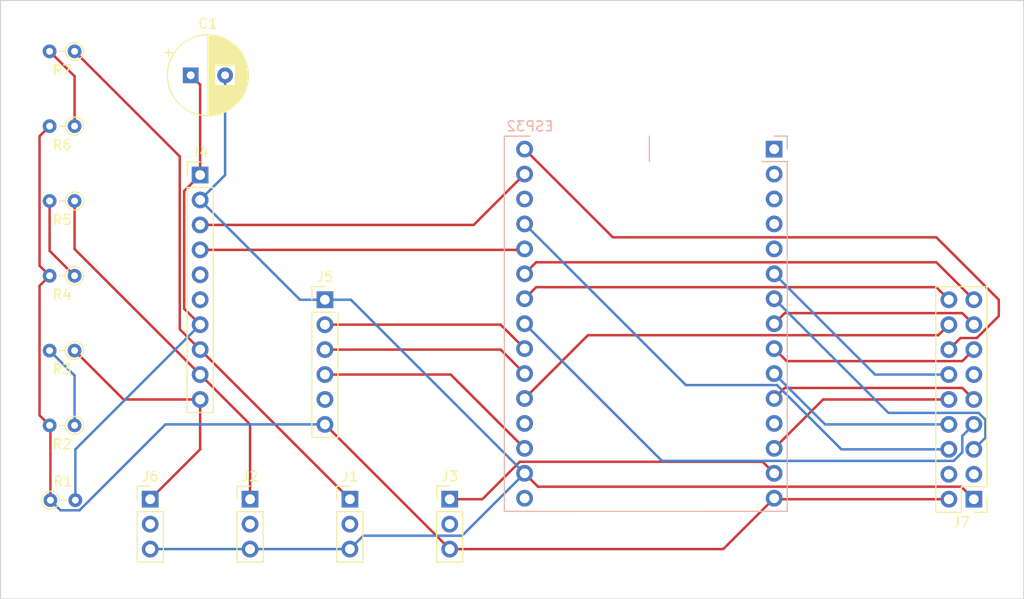
<source format=kicad_pcb>
(kicad_pcb (version 20221018) (generator pcbnew)
  (layers (0 "F.Cu" signal) (31 "B.Cu" signal) (34 "B.Paste" user) (35 "F.Paste" user) (36 "B.SilkS" user "B.Silkscreen") (37 "F.SilkS" user "F.Silkscreen") (38 "B.Mask" user) (39 "F.Mask" user) (44 "Edge.Cuts" user))
  (net 0 "")
  (net 3 "Net-(ESP32-GPIO3)")
  (net 4 "Net-(ESP32-GPIO4)")
  (net 5 "Net-(ESP32-GPIO5)")
  (net 7 "Net-(ESP32-GPIO13)")
  (net 8 "Net-(ESP32-GPIO14)")
  (net 9 "Net-(ESP32-GPIO15)")
  (net 10 "Net-(ESP32-GPIO16)")
  (net 11 "Net-(ESP32-GPIO17)")
  (net 12 "Net-(ESP32-GPIO18)")
  (net 13 "Net-(ESP32-GPIO19)")
  (net 14 "Net-(ESP32-GPIO21)")
  (net 15 "Net-(ESP32-GPIO22)")
  (net 16 "Net-(ESP32-GPIO23)")
  (net 17 "Net-(ESP32-GPIO25)")
  (net 18 "Net-(ESP32-GPIO26)")
  (net 19 "Net-(ESP32-GPIO27)")
  (net 20 "Net-(ESP32-5v_VIN)")
  (net 21 "Net-(R2-Pad1)")
  (net 22 "Net-(R4-Pad1)")
  (net 23 "Net-(R6-Pad1)")
  (net 24 "Net-(ESP32-GPIO33)")
  (net 25 "Net-(ESP32-GPIO32)")
  (net 31 "Net-(J4-A0)")
  (net 34 "Net-(J4-A3)")
  (net 40 "Net-(J1-GND)")
  (net 41 "Net-(J1-+)")
  (net 44 "Net-(J2-+)")
  (net 47 "Net-(J3-GND)")
  (footprint "Connector_PinHeader_2.54mm:PinHeader_1x03_P2.54mm_Vertical" (layer "F.Cu") (at 81.28 81.28)
    (fp_text reference "J2" (at 0 -2.33) (layer "F.SilkS"))
    (fp_text value "Probe1")
    (fp_line (start -1.33 -1.33) (end 0 -1.33) (stroke (width 0.12)) (layer "F.SilkS"))
    (fp_line (start -1.33 0) (end -1.33 -1.33) (stroke (width 0.12)) (layer "F.SilkS"))
    (fp_line (start -1.33 1.27) (end -1.33 6.41) (stroke (width 0.12)) (layer "F.SilkS"))
    (fp_line (start -1.33 1.27) (end 1.33 1.27) (stroke (width 0.12)) (layer "F.SilkS"))
    (fp_line (start -1.33 6.41) (end 1.33 6.41) (stroke (width 0.12)) (layer "F.SilkS"))
    (fp_line (start 1.33 1.27) (end 1.33 6.41) (stroke (width 0.12)) (layer "F.SilkS"))
    (pad "1" thru_hole rect (at 0 0) (size 1.7 1.7) (drill 1) (layers "*.Cu" "*.Mask") (net 44 "Net-(J2-+)"))
    (pad "2" thru_hole oval (at 0 2.54) (size 1.7 1.7) (drill 1) (layers "*.Cu" "*.Mask"))
    (pad "3" thru_hole oval (at 0 5.08) (size 1.7 1.7) (drill 1) (layers "*.Cu" "*.Mask") (net 40 "Net-(J1-GND)"))
  )
  (footprint "Connector_PinHeader_2.54mm:PinHeader_2x09_P2.54mm_Vertical" (layer "F.Cu") (at 154.94 81.28 180)
    (fp_text reference "J7" (at 1.27 -2.33) (layer "F.SilkS"))
    (fp_text value "BTTBoard")
    (fp_line (start -1.33 -1.33) (end 0 -1.33) (stroke (width 0.12)) (layer "F.SilkS"))
    (fp_line (start -1.33 0) (end -1.33 -1.33) (stroke (width 0.12)) (layer "F.SilkS"))
    (fp_line (start -1.33 1.27) (end -1.33 21.65) (stroke (width 0.12)) (layer "F.SilkS"))
    (fp_line (start -1.33 1.27) (end 1.27 1.27) (stroke (width 0.12)) (layer "F.SilkS"))
    (fp_line (start -1.33 21.65) (end 3.87 21.65) (stroke (width 0.12)) (layer "F.SilkS"))
    (fp_line (start 1.27 -1.33) (end 3.87 -1.33) (stroke (width 0.12)) (layer "F.SilkS"))
    (fp_line (start 1.27 1.27) (end 1.27 -1.33) (stroke (width 0.12)) (layer "F.SilkS"))
    (fp_line (start 3.87 -1.33) (end 3.87 21.65) (stroke (width 0.12)) (layer "F.SilkS"))
    (pad "1" thru_hole rect (at 0 0 180) (size 1.7 1.7) (drill 1) (layers "*.Cu" "*.Mask") (net 40 "Net-(J1-GND)"))
    (pad "2" thru_hole oval (at 2.54 0 180) (size 1.7 1.7) (drill 1) (layers "*.Cu" "*.Mask") (net 20 "Net-(ESP32-5v_VIN)"))
    (pad "3" thru_hole oval (at 0 2.54 180) (size 1.7 1.7) (drill 1) (layers "*.Cu" "*.Mask"))
    (pad "4" thru_hole oval (at 2.54 2.54 180) (size 1.7 1.7) (drill 1) (layers "*.Cu" "*.Mask"))
    (pad "5" thru_hole oval (at 0 5.08 180) (size 1.7 1.7) (drill 1) (layers "*.Cu" "*.Mask") (net 24 "Net-(ESP32-GPIO33)"))
    (pad "6" thru_hole oval (at 2.54 5.08 180) (size 1.7 1.7) (drill 1) (layers "*.Cu" "*.Mask") (net 3 "Net-(ESP32-GPIO3)"))
    (pad "7" thru_hole oval (at 0 7.62 180) (size 1.7 1.7) (drill 1) (layers "*.Cu" "*.Mask") (net 5 "Net-(ESP32-GPIO5)"))
    (pad "8" thru_hole oval (at 2.54 7.62 180) (size 1.7 1.7) (drill 1) (layers "*.Cu" "*.Mask") (net 19 "Net-(ESP32-GPIO27)"))
    (pad "9" thru_hole oval (at 0 10.16 180) (size 1.7 1.7) (drill 1) (layers "*.Cu" "*.Mask") (net 8 "Net-(ESP32-GPIO14)"))
    (pad "10" thru_hole oval (at 2.54 10.16 180) (size 1.7 1.7) (drill 1) (layers "*.Cu" "*.Mask") (net 7 "Net-(ESP32-GPIO13)"))
    (pad "11" thru_hole oval (at 0 12.7 180) (size 1.7 1.7) (drill 1) (layers "*.Cu" "*.Mask"))
    (pad "12" thru_hole oval (at 2.54 12.7 180) (size 1.7 1.7) (drill 1) (layers "*.Cu" "*.Mask") (net 25 "Net-(ESP32-GPIO32)"))
    (pad "13" thru_hole oval (at 0 15.24 180) (size 1.7 1.7) (drill 1) (layers "*.Cu" "*.Mask") (net 18 "Net-(ESP32-GPIO26)"))
    (pad "14" thru_hole oval (at 2.54 15.24 180) (size 1.7 1.7) (drill 1) (layers "*.Cu" "*.Mask") (net 16 "Net-(ESP32-GPIO23)"))
    (pad "15" thru_hole oval (at 0 17.78 180) (size 1.7 1.7) (drill 1) (layers "*.Cu" "*.Mask") (net 17 "Net-(ESP32-GPIO25)"))
    (pad "16" thru_hole oval (at 2.54 17.78 180) (size 1.7 1.7) (drill 1) (layers "*.Cu" "*.Mask") (net 4 "Net-(ESP32-GPIO4)"))
    (pad "17" thru_hole oval (at 0 20.32 180) (size 1.7 1.7) (drill 1) (layers "*.Cu" "*.Mask") (net 13 "Net-(ESP32-GPIO19)"))
    (pad "18" thru_hole oval (at 2.54 20.32 180) (size 1.7 1.7) (drill 1) (layers "*.Cu" "*.Mask") (net 12 "Net-(ESP32-GPIO18)"))
  )
  (footprint "Connector_PinHeader_2.54mm:PinHeader_1x03_P2.54mm_Vertical" (layer "F.Cu") (at 71.12 81.28)
    (fp_text reference "J6" (at 0 -2.33) (layer "F.SilkS"))
    (fp_text value "Probe2")
    (fp_line (start -1.33 -1.33) (end 0 -1.33) (stroke (width 0.12)) (layer "F.SilkS"))
    (fp_line (start -1.33 0) (end -1.33 -1.33) (stroke (width 0.12)) (layer "F.SilkS"))
    (fp_line (start -1.33 1.27) (end -1.33 6.41) (stroke (width 0.12)) (layer "F.SilkS"))
    (fp_line (start -1.33 1.27) (end 1.33 1.27) (stroke (width 0.12)) (layer "F.SilkS"))
    (fp_line (start -1.33 6.41) (end 1.33 6.41) (stroke (width 0.12)) (layer "F.SilkS"))
    (fp_line (start 1.33 1.27) (end 1.33 6.41) (stroke (width 0.12)) (layer "F.SilkS"))
    (pad "1" thru_hole rect (at 0 0) (size 1.7 1.7) (drill 1) (layers "*.Cu" "*.Mask") (net 34 "Net-(J4-A3)"))
    (pad "2" thru_hole oval (at 0 2.54) (size 1.7 1.7) (drill 1) (layers "*.Cu" "*.Mask"))
    (pad "3" thru_hole oval (at 0 5.08) (size 1.7 1.7) (drill 1) (layers "*.Cu" "*.Mask") (net 40 "Net-(J1-GND)"))
  )
  (footprint "Connector_PinHeader_2.54mm:PinHeader_1x03_P2.54mm_Vertical" (layer "F.Cu") (at 91.44 81.28)
    (fp_text reference "J1" (at 0 -2.33) (layer "F.SilkS"))
    (fp_text value "TempMain")
    (fp_line (start -1.33 -1.33) (end 0 -1.33) (stroke (width 0.12)) (layer "F.SilkS"))
    (fp_line (start -1.33 0) (end -1.33 -1.33) (stroke (width 0.12)) (layer "F.SilkS"))
    (fp_line (start -1.33 1.27) (end -1.33 6.41) (stroke (width 0.12)) (layer "F.SilkS"))
    (fp_line (start -1.33 1.27) (end 1.33 1.27) (stroke (width 0.12)) (layer "F.SilkS"))
    (fp_line (start -1.33 6.41) (end 1.33 6.41) (stroke (width 0.12)) (layer "F.SilkS"))
    (fp_line (start 1.33 1.27) (end 1.33 6.41) (stroke (width 0.12)) (layer "F.SilkS"))
    (pad "1" thru_hole rect (at 0 0) (size 1.7 1.7) (drill 1) (layers "*.Cu" "*.Mask") (net 41 "Net-(J1-+)"))
    (pad "2" thru_hole oval (at 0 2.54) (size 1.7 1.7) (drill 1) (layers "*.Cu" "*.Mask"))
    (pad "3" thru_hole oval (at 0 5.08) (size 1.7 1.7) (drill 1) (layers "*.Cu" "*.Mask") (net 40 "Net-(J1-GND)"))
  )
  (footprint "Resistor_THT:R_Axial_DIN0204_L3.6mm_D1.6mm_P2.54mm_Vertical" (layer "F.Cu") (at 63.42 73.76 180)
    (fp_text reference "R2" (at 1.27 -1.92) (layer "F.SilkS"))
    (fp_text value "R_US")
    (fp_line (start 0.92 0) (end 1.54 0) (stroke (width 0.12)) (layer "F.SilkS"))
    (fp_circle (center 0 0) (end 0.92 0) (stroke (width 0.12)) (fill none) (layer "F.SilkS"))
    (pad "1" thru_hole circle (at 0 0 180) (size 1.4 1.4) (drill 0.7) (layers "*.Cu" "*.Mask") (net 21 "Net-(R2-Pad1)"))
    (pad "2" thru_hole oval (at 2.54 0 180) (size 1.4 1.4) (drill 0.7) (layers "*.Cu" "*.Mask") (net 20 "Net-(ESP32-5v_VIN)"))
  )
  (footprint "Resistor_THT:R_Axial_DIN0204_L3.6mm_D1.6mm_P2.54mm_Vertical" (layer "F.Cu") (at 63.42 66.14 180)
    (fp_text reference "R3" (at 1.27 -1.92) (layer "F.SilkS"))
    (fp_text value "R_US")
    (fp_line (start 0.92 0) (end 1.54 0) (stroke (width 0.12)) (layer "F.SilkS"))
    (fp_circle (center 0 0) (end 0.92 0) (stroke (width 0.12)) (fill none) (layer "F.SilkS"))
    (pad "1" thru_hole circle (at 0 0 180) (size 1.4 1.4) (drill 0.7) (layers "*.Cu" "*.Mask") (net 34 "Net-(J4-A3)"))
    (pad "2" thru_hole oval (at 2.54 0 180) (size 1.4 1.4) (drill 0.7) (layers "*.Cu" "*.Mask") (net 21 "Net-(R2-Pad1)"))
  )
  (footprint "Connector_PinHeader_2.54mm:PinHeader_1x06_P2.54mm_Vertical" (layer "F.Cu") (at 88.9 60.96)
    (fp_text reference "J5" (at 0 -2.33) (layer "F.SilkS"))
    (fp_text value "RelayBoard")
    (fp_line (start -1.33 -1.33) (end 0 -1.33) (stroke (width 0.12)) (layer "F.SilkS"))
    (fp_line (start -1.33 0) (end -1.33 -1.33) (stroke (width 0.12)) (layer "F.SilkS"))
    (fp_line (start -1.33 1.27) (end -1.33 14.03) (stroke (width 0.12)) (layer "F.SilkS"))
    (fp_line (start -1.33 1.27) (end 1.33 1.27) (stroke (width 0.12)) (layer "F.SilkS"))
    (fp_line (start -1.33 14.03) (end 1.33 14.03) (stroke (width 0.12)) (layer "F.SilkS"))
    (fp_line (start 1.33 1.27) (end 1.33 14.03) (stroke (width 0.12)) (layer "F.SilkS"))
    (pad "1" thru_hole rect (at 0 0) (size 1.7 1.7) (drill 1) (layers "*.Cu" "*.Mask") (net 40 "Net-(J1-GND)"))
    (pad "2" thru_hole oval (at 0 2.54) (size 1.7 1.7) (drill 1) (layers "*.Cu" "*.Mask") (net 11 "Net-(ESP32-GPIO17)"))
    (pad "3" thru_hole oval (at 0 5.08) (size 1.7 1.7) (drill 1) (layers "*.Cu" "*.Mask") (net 10 "Net-(ESP32-GPIO16)"))
    (pad "4" thru_hole oval (at 0 7.62) (size 1.7 1.7) (drill 1) (layers "*.Cu" "*.Mask") (net 9 "Net-(ESP32-GPIO15)"))
    (pad "5" thru_hole oval (at 0 10.16) (size 1.7 1.7) (drill 1) (layers "*.Cu" "*.Mask"))
    (pad "6" thru_hole oval (at 0 12.7) (size 1.7 1.7) (drill 1) (layers "*.Cu" "*.Mask") (net 20 "Net-(ESP32-5v_VIN)"))
  )
  (footprint "Resistor_THT:R_Axial_DIN0204_L3.6mm_D1.6mm_P2.54mm_Vertical" (layer "F.Cu") (at 60.96 81.38)
    (fp_text reference "R1" (at 1.27 -1.92) (layer "F.SilkS"))
    (fp_text value "R_US")
    (fp_line (start 0.92 0) (end 1.54 0) (stroke (width 0.12)) (layer "F.SilkS"))
    (fp_circle (center 0 0) (end 0.92 0) (stroke (width 0.12)) (fill none) (layer "F.SilkS"))
    (pad "1" thru_hole circle (at 0 0) (size 1.4 1.4) (drill 0.7) (layers "*.Cu" "*.Mask") (net 20 "Net-(ESP32-5v_VIN)"))
    (pad "2" thru_hole oval (at 2.54 0) (size 1.4 1.4) (drill 0.7) (layers "*.Cu" "*.Mask") (net 31 "Net-(J4-A0)"))
  )
  (footprint "Resistor_THT:R_Axial_DIN0204_L3.6mm_D1.6mm_P2.54mm_Vertical" (layer "F.Cu") (at 63.42 35.66 180)
    (fp_text reference "R7" (at 1.27 -1.92) (layer "F.SilkS"))
    (fp_text value "R_US")
    (fp_line (start 0.92 0) (end 1.54 0) (stroke (width 0.12)) (layer "F.SilkS"))
    (fp_circle (center 0 0) (end 0.92 0) (stroke (width 0.12)) (fill none) (layer "F.SilkS"))
    (pad "1" thru_hole circle (at 0 0 180) (size 1.4 1.4) (drill 0.7) (layers "*.Cu" "*.Mask") (net 41 "Net-(J1-+)"))
    (pad "2" thru_hole oval (at 2.54 0 180) (size 1.4 1.4) (drill 0.7) (layers "*.Cu" "*.Mask") (net 23 "Net-(R6-Pad1)"))
  )
  (footprint "Resistor_THT:R_Axial_DIN0204_L3.6mm_D1.6mm_P2.54mm_Vertical" (layer "F.Cu") (at 63.42 58.52 180)
    (fp_text reference "R4" (at 1.27 -1.92) (layer "F.SilkS"))
    (fp_text value "R_US")
    (fp_line (start 0.92 0) (end 1.54 0) (stroke (width 0.12)) (layer "F.SilkS"))
    (fp_circle (center 0 0) (end 0.92 0) (stroke (width 0.12)) (fill none) (layer "F.SilkS"))
    (pad "1" thru_hole circle (at 0 0 180) (size 1.4 1.4) (drill 0.7) (layers "*.Cu" "*.Mask") (net 22 "Net-(R4-Pad1)"))
    (pad "2" thru_hole oval (at 2.54 0 180) (size 1.4 1.4) (drill 0.7) (layers "*.Cu" "*.Mask") (net 20 "Net-(ESP32-5v_VIN)"))
  )
  (footprint "Resistor_THT:R_Axial_DIN0204_L3.6mm_D1.6mm_P2.54mm_Vertical" (layer "F.Cu") (at 63.42 50.9 180)
    (fp_text reference "R5" (at 1.27 -1.92) (layer "F.SilkS"))
    (fp_text value "R_US")
    (fp_line (start 0.92 0) (end 1.54 0) (stroke (width 0.12)) (layer "F.SilkS"))
    (fp_circle (center 0 0) (end 0.92 0) (stroke (width 0.12)) (fill none) (layer "F.SilkS"))
    (pad "1" thru_hole circle (at 0 0 180) (size 1.4 1.4) (drill 0.7) (layers "*.Cu" "*.Mask") (net 44 "Net-(J2-+)"))
    (pad "2" thru_hole oval (at 2.54 0 180) (size 1.4 1.4) (drill 0.7) (layers "*.Cu" "*.Mask") (net 22 "Net-(R4-Pad1)"))
  )
  (footprint "Connector_PinHeader_2.54mm:PinHeader_1x03_P2.54mm_Vertical" (layer "F.Cu") (at 101.6 81.28)
    (fp_text reference "J3" (at 0 -2.33) (layer "F.SilkS"))
    (fp_text value "PWR")
    (fp_line (start -1.33 -1.33) (end 0 -1.33) (stroke (width 0.12)) (layer "F.SilkS"))
    (fp_line (start -1.33 0) (end -1.33 -1.33) (stroke (width 0.12)) (layer "F.SilkS"))
    (fp_line (start -1.33 1.27) (end -1.33 6.41) (stroke (width 0.12)) (layer "F.SilkS"))
    (fp_line (start -1.33 1.27) (end 1.33 1.27) (stroke (width 0.12)) (layer "F.SilkS"))
    (fp_line (start -1.33 6.41) (end 1.33 6.41) (stroke (width 0.12)) (layer "F.SilkS"))
    (fp_line (start 1.33 1.27) (end 1.33 6.41) (stroke (width 0.12)) (layer "F.SilkS"))
    (pad "1" thru_hole rect (at 0 0) (size 1.7 1.7) (drill 1) (layers "*.Cu" "*.Mask") (net 47 "Net-(J3-GND)"))
    (pad "2" thru_hole oval (at 0 2.54) (size 1.7 1.7) (drill 1) (layers "*.Cu" "*.Mask"))
    (pad "3" thru_hole oval (at 0 5.08) (size 1.7 1.7) (drill 1) (layers "*.Cu" "*.Mask") (net 20 "Net-(ESP32-5v_VIN)"))
  )
  (footprint "Connector_PinHeader_2.54mm:PinHeader_1x10_P2.54mm_Vertical" (layer "F.Cu") (at 76.2 48.26)
    (fp_text reference "J4" (at 0 -2.33) (layer "F.SilkS"))
    (fp_text value "ADSBoard")
    (fp_line (start -1.33 -1.33) (end 0 -1.33) (stroke (width 0.12)) (layer "F.SilkS"))
    (fp_line (start -1.33 0) (end -1.33 -1.33) (stroke (width 0.12)) (layer "F.SilkS"))
    (fp_line (start -1.33 1.27) (end -1.33 24.19) (stroke (width 0.12)) (layer "F.SilkS"))
    (fp_line (start -1.33 1.27) (end 1.33 1.27) (stroke (width 0.12)) (layer "F.SilkS"))
    (fp_line (start -1.33 24.19) (end 1.33 24.19) (stroke (width 0.12)) (layer "F.SilkS"))
    (fp_line (start 1.33 1.27) (end 1.33 24.19) (stroke (width 0.12)) (layer "F.SilkS"))
    (pad "1" thru_hole rect (at 0 0) (size 1.7 1.7) (drill 1) (layers "*.Cu" "*.Mask") (net 31 "Net-(J4-A0)"))
    (pad "2" thru_hole oval (at 0 2.54) (size 1.7 1.7) (drill 1) (layers "*.Cu" "*.Mask") (net 40 "Net-(J1-GND)"))
    (pad "3" thru_hole oval (at 0 5.08) (size 1.7 1.7) (drill 1) (layers "*.Cu" "*.Mask") (net 15 "Net-(ESP32-GPIO22)"))
    (pad "4" thru_hole oval (at 0 7.62) (size 1.7 1.7) (drill 1) (layers "*.Cu" "*.Mask") (net 14 "Net-(ESP32-GPIO21)"))
    (pad "5" thru_hole oval (at 0 10.16) (size 1.7 1.7) (drill 1) (layers "*.Cu" "*.Mask"))
    (pad "6" thru_hole oval (at 0 12.7) (size 1.7 1.7) (drill 1) (layers "*.Cu" "*.Mask"))
    (pad "7" thru_hole oval (at 0 15.24) (size 1.7 1.7) (drill 1) (layers "*.Cu" "*.Mask") (net 31 "Net-(J4-A0)"))
    (pad "8" thru_hole oval (at 0 17.78) (size 1.7 1.7) (drill 1) (layers "*.Cu" "*.Mask") (net 41 "Net-(J1-+)"))
    (pad "9" thru_hole oval (at 0 20.32) (size 1.7 1.7) (drill 1) (layers "*.Cu" "*.Mask") (net 44 "Net-(J2-+)"))
    (pad "10" thru_hole oval (at 0 22.86) (size 1.7 1.7) (drill 1) (layers "*.Cu" "*.Mask") (net 34 "Net-(J4-A3)"))
  )
  (footprint "Capacitor_THT:CP_Radial_D8.0mm_P3.50mm" (layer "F.Cu") (at 75.24 38.1)
    (fp_text reference "C1" (at 1.75 -5.25) (layer "F.SilkS"))
    (fp_text value "C")
    (fp_line (start -2.659698 -2.315) (end -1.859698 -2.315) (stroke (width 0.12)) (layer "F.SilkS"))
    (fp_line (start -2.259698 -2.715) (end -2.259698 -1.915) (stroke (width 0.12)) (layer "F.SilkS"))
    (fp_line (start 1.75 -4.08) (end 1.75 4.08) (stroke (width 0.12)) (layer "F.SilkS"))
    (fp_line (start 1.79 -4.08) (end 1.79 4.08) (stroke (width 0.12)) (layer "F.SilkS"))
    (fp_line (start 1.83 -4.08) (end 1.83 4.08) (stroke (width 0.12)) (layer "F.SilkS"))
    (fp_line (start 1.87 -4.079) (end 1.87 4.079) (stroke (width 0.12)) (layer "F.SilkS"))
    (fp_line (start 1.91 -4.077) (end 1.91 4.077) (stroke (width 0.12)) (layer "F.SilkS"))
    (fp_line (start 1.95 -4.076) (end 1.95 4.076) (stroke (width 0.12)) (layer "F.SilkS"))
    (fp_line (start 1.99 -4.074) (end 1.99 4.074) (stroke (width 0.12)) (layer "F.SilkS"))
    (fp_line (start 2.03 -4.071) (end 2.03 4.071) (stroke (width 0.12)) (layer "F.SilkS"))
    (fp_line (start 2.07 -4.068) (end 2.07 4.068) (stroke (width 0.12)) (layer "F.SilkS"))
    (fp_line (start 2.11 -4.065) (end 2.11 4.065) (stroke (width 0.12)) (layer "F.SilkS"))
    (fp_line (start 2.15 -4.061) (end 2.15 4.061) (stroke (width 0.12)) (layer "F.SilkS"))
    (fp_line (start 2.19 -4.057) (end 2.19 4.057) (stroke (width 0.12)) (layer "F.SilkS"))
    (fp_line (start 2.23 -4.052) (end 2.23 4.052) (stroke (width 0.12)) (layer "F.SilkS"))
    (fp_line (start 2.27 -4.048) (end 2.27 4.048) (stroke (width 0.12)) (layer "F.SilkS"))
    (fp_line (start 2.31 -4.042) (end 2.31 4.042) (stroke (width 0.12)) (layer "F.SilkS"))
    (fp_line (start 2.35 -4.037) (end 2.35 4.037) (stroke (width 0.12)) (layer "F.SilkS"))
    (fp_line (start 2.39 -4.03) (end 2.39 4.03) (stroke (width 0.12)) (layer "F.SilkS"))
    (fp_line (start 2.43 -4.024) (end 2.43 4.024) (stroke (width 0.12)) (layer "F.SilkS"))
    (fp_line (start 2.471 -4.017) (end 2.471 -1.04) (stroke (width 0.12)) (layer "F.SilkS"))
    (fp_line (start 2.471 1.04) (end 2.471 4.017) (stroke (width 0.12)) (layer "F.SilkS"))
    (fp_line (start 2.511 -4.01) (end 2.511 -1.04) (stroke (width 0.12)) (layer "F.SilkS"))
    (fp_line (start 2.511 1.04) (end 2.511 4.01) (stroke (width 0.12)) (layer "F.SilkS"))
    (fp_line (start 2.551 -4.002) (end 2.551 -1.04) (stroke (width 0.12)) (layer "F.SilkS"))
    (fp_line (start 2.551 1.04) (end 2.551 4.002) (stroke (width 0.12)) (layer "F.SilkS"))
    (fp_line (start 2.591 -3.994) (end 2.591 -1.04) (stroke (width 0.12)) (layer "F.SilkS"))
    (fp_line (start 2.591 1.04) (end 2.591 3.994) (stroke (width 0.12)) (layer "F.SilkS"))
    (fp_line (start 2.631 -3.985) (end 2.631 -1.04) (stroke (width 0.12)) (layer "F.SilkS"))
    (fp_line (start 2.631 1.04) (end 2.631 3.985) (stroke (width 0.12)) (layer "F.SilkS"))
    (fp_line (start 2.671 -3.976) (end 2.671 -1.04) (stroke (width 0.12)) (layer "F.SilkS"))
    (fp_line (start 2.671 1.04) (end 2.671 3.976) (stroke (width 0.12)) (layer "F.SilkS"))
    (fp_line (start 2.711 -3.967) (end 2.711 -1.04) (stroke (width 0.12)) (layer "F.SilkS"))
    (fp_line (start 2.711 1.04) (end 2.711 3.967) (stroke (width 0.12)) (layer "F.SilkS"))
    (fp_line (start 2.751 -3.957) (end 2.751 -1.04) (stroke (width 0.12)) (layer "F.SilkS"))
    (fp_line (start 2.751 1.04) (end 2.751 3.957) (stroke (width 0.12)) (layer "F.SilkS"))
    (fp_line (start 2.791 -3.947) (end 2.791 -1.04) (stroke (width 0.12)) (layer "F.SilkS"))
    (fp_line (start 2.791 1.04) (end 2.791 3.947) (stroke (width 0.12)) (layer "F.SilkS"))
    (fp_line (start 2.831 -3.936) (end 2.831 -1.04) (stroke (width 0.12)) (layer "F.SilkS"))
    (fp_line (start 2.831 1.04) (end 2.831 3.936) (stroke (width 0.12)) (layer "F.SilkS"))
    (fp_line (start 2.871 -3.925) (end 2.871 -1.04) (stroke (width 0.12)) (layer "F.SilkS"))
    (fp_line (start 2.871 1.04) (end 2.871 3.925) (stroke (width 0.12)) (layer "F.SilkS"))
    (fp_line (start 2.911 -3.914) (end 2.911 -1.04) (stroke (width 0.12)) (layer "F.SilkS"))
    (fp_line (start 2.911 1.04) (end 2.911 3.914) (stroke (width 0.12)) (layer "F.SilkS"))
    (fp_line (start 2.951 -3.902) (end 2.951 -1.04) (stroke (width 0.12)) (layer "F.SilkS"))
    (fp_line (start 2.951 1.04) (end 2.951 3.902) (stroke (width 0.12)) (layer "F.SilkS"))
    (fp_line (start 2.991 -3.889) (end 2.991 -1.04) (stroke (width 0.12)) (layer "F.SilkS"))
    (fp_line (start 2.991 1.04) (end 2.991 3.889) (stroke (width 0.12)) (layer "F.SilkS"))
    (fp_line (start 3.031 -3.877) (end 3.031 -1.04) (stroke (width 0.12)) (layer "F.SilkS"))
    (fp_line (start 3.031 1.04) (end 3.031 3.877) (stroke (width 0.12)) (layer "F.SilkS"))
    (fp_line (start 3.071 -3.863) (end 3.071 -1.04) (stroke (width 0.12)) (layer "F.SilkS"))
    (fp_line (start 3.071 1.04) (end 3.071 3.863) (stroke (width 0.12)) (layer "F.SilkS"))
    (fp_line (start 3.111 -3.85) (end 3.111 -1.04) (stroke (width 0.12)) (layer "F.SilkS"))
    (fp_line (start 3.111 1.04) (end 3.111 3.85) (stroke (width 0.12)) (layer "F.SilkS"))
    (fp_line (start 3.151 -3.835) (end 3.151 -1.04) (stroke (width 0.12)) (layer "F.SilkS"))
    (fp_line (start 3.151 1.04) (end 3.151 3.835) (stroke (width 0.12)) (layer "F.SilkS"))
    (fp_line (start 3.191 -3.821) (end 3.191 -1.04) (stroke (width 0.12)) (layer "F.SilkS"))
    (fp_line (start 3.191 1.04) (end 3.191 3.821) (stroke (width 0.12)) (layer "F.SilkS"))
    (fp_line (start 3.231 -3.805) (end 3.231 -1.04) (stroke (width 0.12)) (layer "F.SilkS"))
    (fp_line (start 3.231 1.04) (end 3.231 3.805) (stroke (width 0.12)) (layer "F.SilkS"))
    (fp_line (start 3.271 -3.79) (end 3.271 -1.04) (stroke (width 0.12)) (layer "F.SilkS"))
    (fp_line (start 3.271 1.04) (end 3.271 3.79) (stroke (width 0.12)) (layer "F.SilkS"))
    (fp_line (start 3.311 -3.774) (end 3.311 -1.04) (stroke (width 0.12)) (layer "F.SilkS"))
    (fp_line (start 3.311 1.04) (end 3.311 3.774) (stroke (width 0.12)) (layer "F.SilkS"))
    (fp_line (start 3.351 -3.757) (end 3.351 -1.04) (stroke (width 0.12)) (layer "F.SilkS"))
    (fp_line (start 3.351 1.04) (end 3.351 3.757) (stroke (width 0.12)) (layer "F.SilkS"))
    (fp_line (start 3.391 -3.74) (end 3.391 -1.04) (stroke (width 0.12)) (layer "F.SilkS"))
    (fp_line (start 3.391 1.04) (end 3.391 3.74) (stroke (width 0.12)) (layer "F.SilkS"))
    (fp_line (start 3.431 -3.722) (end 3.431 -1.04) (stroke (width 0.12)) (layer "F.SilkS"))
    (fp_line (start 3.431 1.04) (end 3.431 3.722) (stroke (width 0.12)) (layer "F.SilkS"))
    (fp_line (start 3.471 -3.704) (end 3.471 -1.04) (stroke (width 0.12)) (layer "F.SilkS"))
    (fp_line (start 3.471 1.04) (end 3.471 3.704) (stroke (width 0.12)) (layer "F.SilkS"))
    (fp_line (start 3.511 -3.686) (end 3.511 -1.04) (stroke (width 0.12)) (layer "F.SilkS"))
    (fp_line (start 3.511 1.04) (end 3.511 3.686) (stroke (width 0.12)) (layer "F.SilkS"))
    (fp_line (start 3.551 -3.666) (end 3.551 -1.04) (stroke (width 0.12)) (layer "F.SilkS"))
    (fp_line (start 3.551 1.04) (end 3.551 3.666) (stroke (width 0.12)) (layer "F.SilkS"))
    (fp_line (start 3.591 -3.647) (end 3.591 -1.04) (stroke (width 0.12)) (layer "F.SilkS"))
    (fp_line (start 3.591 1.04) (end 3.591 3.647) (stroke (width 0.12)) (layer "F.SilkS"))
    (fp_line (start 3.631 -3.627) (end 3.631 -1.04) (stroke (width 0.12)) (layer "F.SilkS"))
    (fp_line (start 3.631 1.04) (end 3.631 3.627) (stroke (width 0.12)) (layer "F.SilkS"))
    (fp_line (start 3.671 -3.606) (end 3.671 -1.04) (stroke (width 0.12)) (layer "F.SilkS"))
    (fp_line (start 3.671 1.04) (end 3.671 3.606) (stroke (width 0.12)) (layer "F.SilkS"))
    (fp_line (start 3.711 -3.584) (end 3.711 -1.04) (stroke (width 0.12)) (layer "F.SilkS"))
    (fp_line (start 3.711 1.04) (end 3.711 3.584) (stroke (width 0.12)) (layer "F.SilkS"))
    (fp_line (start 3.751 -3.562) (end 3.751 -1.04) (stroke (width 0.12)) (layer "F.SilkS"))
    (fp_line (start 3.751 1.04) (end 3.751 3.562) (stroke (width 0.12)) (layer "F.SilkS"))
    (fp_line (start 3.791 -3.54) (end 3.791 -1.04) (stroke (width 0.12)) (layer "F.SilkS"))
    (fp_line (start 3.791 1.04) (end 3.791 3.54) (stroke (width 0.12)) (layer "F.SilkS"))
    (fp_line (start 3.831 -3.517) (end 3.831 -1.04) (stroke (width 0.12)) (layer "F.SilkS"))
    (fp_line (start 3.831 1.04) (end 3.831 3.517) (stroke (width 0.12)) (layer "F.SilkS"))
    (fp_line (start 3.871 -3.493) (end 3.871 -1.04) (stroke (width 0.12)) (layer "F.SilkS"))
    (fp_line (start 3.871 1.04) (end 3.871 3.493) (stroke (width 0.12)) (layer "F.SilkS"))
    (fp_line (start 3.911 -3.469) (end 3.911 -1.04) (stroke (width 0.12)) (layer "F.SilkS"))
    (fp_line (start 3.911 1.04) (end 3.911 3.469) (stroke (width 0.12)) (layer "F.SilkS"))
    (fp_line (start 3.951 -3.444) (end 3.951 -1.04) (stroke (width 0.12)) (layer "F.SilkS"))
    (fp_line (start 3.951 1.04) (end 3.951 3.444) (stroke (width 0.12)) (layer "F.SilkS"))
    (fp_line (start 3.991 -3.418) (end 3.991 -1.04) (stroke (width 0.12)) (layer "F.SilkS"))
    (fp_line (start 3.991 1.04) (end 3.991 3.418) (stroke (width 0.12)) (layer "F.SilkS"))
    (fp_line (start 4.031 -3.392) (end 4.031 -1.04) (stroke (width 0.12)) (layer "F.SilkS"))
    (fp_line (start 4.031 1.04) (end 4.031 3.392) (stroke (width 0.12)) (layer "F.SilkS"))
    (fp_line (start 4.071 -3.365) (end 4.071 -1.04) (stroke (width 0.12)) (layer "F.SilkS"))
    (fp_line (start 4.071 1.04) (end 4.071 3.365) (stroke (width 0.12)) (layer "F.SilkS"))
    (fp_line (start 4.111 -3.338) (end 4.111 -1.04) (stroke (width 0.12)) (layer "F.SilkS"))
    (fp_line (start 4.111 1.04) (end 4.111 3.338) (stroke (width 0.12)) (layer "F.SilkS"))
    (fp_line (start 4.151 -3.309) (end 4.151 -1.04) (stroke (width 0.12)) (layer "F.SilkS"))
    (fp_line (start 4.151 1.04) (end 4.151 3.309) (stroke (width 0.12)) (layer "F.SilkS"))
    (fp_line (start 4.191 -3.28) (end 4.191 -1.04) (stroke (width 0.12)) (layer "F.SilkS"))
    (fp_line (start 4.191 1.04) (end 4.191 3.28) (stroke (width 0.12)) (layer "F.SilkS"))
    (fp_line (start 4.231 -3.25) (end 4.231 -1.04) (stroke (width 0.12)) (layer "F.SilkS"))
    (fp_line (start 4.231 1.04) (end 4.231 3.25) (stroke (width 0.12)) (layer "F.SilkS"))
    (fp_line (start 4.271 -3.22) (end 4.271 -1.04) (stroke (width 0.12)) (layer "F.SilkS"))
    (fp_line (start 4.271 1.04) (end 4.271 3.22) (stroke (width 0.12)) (layer "F.SilkS"))
    (fp_line (start 4.311 -3.189) (end 4.311 -1.04) (stroke (width 0.12)) (layer "F.SilkS"))
    (fp_line (start 4.311 1.04) (end 4.311 3.189) (stroke (width 0.12)) (layer "F.SilkS"))
    (fp_line (start 4.351 -3.156) (end 4.351 -1.04) (stroke (width 0.12)) (layer "F.SilkS"))
    (fp_line (start 4.351 1.04) (end 4.351 3.156) (stroke (width 0.12)) (layer "F.SilkS"))
    (fp_line (start 4.391 -3.124) (end 4.391 -1.04) (stroke (width 0.12)) (layer "F.SilkS"))
    (fp_line (start 4.391 1.04) (end 4.391 3.124) (stroke (width 0.12)) (layer "F.SilkS"))
    (fp_line (start 4.431 -3.09) (end 4.431 -1.04) (stroke (width 0.12)) (layer "F.SilkS"))
    (fp_line (start 4.431 1.04) (end 4.431 3.09) (stroke (width 0.12)) (layer "F.SilkS"))
    (fp_line (start 4.471 -3.055) (end 4.471 -1.04) (stroke (width 0.12)) (layer "F.SilkS"))
    (fp_line (start 4.471 1.04) (end 4.471 3.055) (stroke (width 0.12)) (layer "F.SilkS"))
    (fp_line (start 4.511 -3.019) (end 4.511 -1.04) (stroke (width 0.12)) (layer "F.SilkS"))
    (fp_line (start 4.511 1.04) (end 4.511 3.019) (stroke (width 0.12)) (layer "F.SilkS"))
    (fp_line (start 4.551 -2.983) (end 4.551 2.983) (stroke (width 0.12)) (layer "F.SilkS"))
    (fp_line (start 4.591 -2.945) (end 4.591 2.945) (stroke (width 0.12)) (layer "F.SilkS"))
    (fp_line (start 4.631 -2.907) (end 4.631 2.907) (stroke (width 0.12)) (layer "F.SilkS"))
    (fp_line (start 4.671 -2.867) (end 4.671 2.867) (stroke (width 0.12)) (layer "F.SilkS"))
    (fp_line (start 4.711 -2.826) (end 4.711 2.826) (stroke (width 0.12)) (layer "F.SilkS"))
    (fp_line (start 4.751 -2.784) (end 4.751 2.784) (stroke (width 0.12)) (layer "F.SilkS"))
    (fp_line (start 4.791 -2.741) (end 4.791 2.741) (stroke (width 0.12)) (layer "F.SilkS"))
    (fp_line (start 4.831 -2.697) (end 4.831 2.697) (stroke (width 0.12)) (layer "F.SilkS"))
    (fp_line (start 4.871 -2.651) (end 4.871 2.651) (stroke (width 0.12)) (layer "F.SilkS"))
    (fp_line (start 4.911 -2.604) (end 4.911 2.604) (stroke (width 0.12)) (layer "F.SilkS"))
    (fp_line (start 4.951 -2.556) (end 4.951 2.556) (stroke (width 0.12)) (layer "F.SilkS"))
    (fp_line (start 4.991 -2.505) (end 4.991 2.505) (stroke (width 0.12)) (layer "F.SilkS"))
    (fp_line (start 5.031 -2.454) (end 5.031 2.454) (stroke (width 0.12)) (layer "F.SilkS"))
    (fp_line (start 5.071 -2.4) (end 5.071 2.4) (stroke (width 0.12)) (layer "F.SilkS"))
    (fp_line (start 5.111 -2.345) (end 5.111 2.345) (stroke (width 0.12)) (layer "F.SilkS"))
    (fp_line (start 5.151 -2.287) (end 5.151 2.287) (stroke (width 0.12)) (layer "F.SilkS"))
    (fp_line (start 5.191 -2.228) (end 5.191 2.228) (stroke (width 0.12)) (layer "F.SilkS"))
    (fp_line (start 5.231 -2.166) (end 5.231 2.166) (stroke (width 0.12)) (layer "F.SilkS"))
    (fp_line (start 5.271 -2.102) (end 5.271 2.102) (stroke (width 0.12)) (layer "F.SilkS"))
    (fp_line (start 5.311 -2.034) (end 5.311 2.034) (stroke (width 0.12)) (layer "F.SilkS"))
    (fp_line (start 5.351 -1.964) (end 5.351 1.964) (stroke (width 0.12)) (layer "F.SilkS"))
    (fp_line (start 5.391 -1.89) (end 5.391 1.89) (stroke (width 0.12)) (layer "F.SilkS"))
    (fp_line (start 5.431 -1.813) (end 5.431 1.813) (stroke (width 0.12)) (layer "F.SilkS"))
    (fp_line (start 5.471 -1.731) (end 5.471 1.731) (stroke (width 0.12)) (layer "F.SilkS"))
    (fp_line (start 5.511 -1.645) (end 5.511 1.645) (stroke (width 0.12)) (layer "F.SilkS"))
    (fp_line (start 5.551 -1.552) (end 5.551 1.552) (stroke (width 0.12)) (layer "F.SilkS"))
    (fp_line (start 5.591 -1.453) (end 5.591 1.453) (stroke (width 0.12)) (layer "F.SilkS"))
    (fp_line (start 5.631 -1.346) (end 5.631 1.346) (stroke (width 0.12)) (layer "F.SilkS"))
    (fp_line (start 5.671 -1.229) (end 5.671 1.229) (stroke (width 0.12)) (layer "F.SilkS"))
    (fp_line (start 5.711 -1.098) (end 5.711 1.098) (stroke (width 0.12)) (layer "F.SilkS"))
    (fp_line (start 5.751 -0.948) (end 5.751 0.948) (stroke (width 0.12)) (layer "F.SilkS"))
    (fp_line (start 5.791 -0.768) (end 5.791 0.768) (stroke (width 0.12)) (layer "F.SilkS"))
    (fp_line (start 5.831 -0.533) (end 5.831 0.533) (stroke (width 0.12)) (layer "F.SilkS"))
    (fp_circle (center 1.75 0) (end 5.87 0) (stroke (width 0.12)) (fill none) (layer "F.SilkS"))
    (pad "1" thru_hole rect (at 0 0) (size 1.6 1.6) (drill 0.8) (layers "*.Cu" "*.Mask") (net 31 "Net-(J4-A0)"))
    (pad "2" thru_hole circle (at 3.5 0) (size 1.6 1.6) (drill 0.8) (layers "*.Cu" "*.Mask") (net 40 "Net-(J1-GND)"))
  )
  (footprint "Resistor_THT:R_Axial_DIN0204_L3.6mm_D1.6mm_P2.54mm_Vertical" (layer "F.Cu") (at 63.42 43.28 180)
    (fp_text reference "R6" (at 1.27 -1.92) (layer "F.SilkS"))
    (fp_text value "R_US")
    (fp_line (start 0.92 0) (end 1.54 0) (stroke (width 0.12)) (layer "F.SilkS"))
    (fp_circle (center 0 0) (end 0.92 0) (stroke (width 0.12)) (fill none) (layer "F.SilkS"))
    (pad "1" thru_hole circle (at 0 0 180) (size 1.4 1.4) (drill 0.7) (layers "*.Cu" "*.Mask") (net 23 "Net-(R6-Pad1)"))
    (pad "2" thru_hole oval (at 2.54 0 180) (size 1.4 1.4) (drill 0.7) (layers "*.Cu" "*.Mask") (net 20 "Net-(ESP32-5v_VIN)"))
  )
  (footprint "esp32 pinheader:ESP32 PinHeader_2x15_P2.54mm_Vertical" (layer "B.Cu") (at 134.62 45.62 180)
    (fp_text reference "ESP32" (at 24.86 2.325) (layer "B.SilkS") (effects (justify mirror)))
    (fp_text value "J1")
    (fp_line (start -1.33 -36.89) (end 27.46 -36.895) (stroke (width 0.12)) (layer "B.SilkS"))
    (fp_line (start -1.33 -1.27) (end -1.33 -36.89) (stroke (width 0.12)) (layer "B.SilkS"))
    (fp_line (start -1.33 -1.27) (end 1.27 -1.27) (stroke (width 0.12)) (layer "B.SilkS"))
    (fp_line (start -1.33 0) (end -1.33 1.33) (stroke (width 0.12)) (layer "B.SilkS"))
    (fp_line (start -1.33 1.33) (end 0 1.33) (stroke (width 0.12)) (layer "B.SilkS"))
    (fp_line (start 12.7 -1.27) (end 12.7 1.33) (stroke (width 0.12)) (layer "B.SilkS"))
    (fp_line (start 24.86 1.325) (end 27.46 1.325) (stroke (width 0.12)) (layer "B.SilkS"))
    (fp_line (start 27.46 1.325) (end 27.46 -36.895) (stroke (width 0.12)) (layer "B.SilkS"))
    (pad "1" thru_hole oval (at 25.4 -5.08 180) (size 1.7 1.7) (drill 1) (layers "*.Cu" "*.Mask"))
    (pad "2" thru_hole oval (at 25.4 -27.94 180) (size 1.7 1.7) (drill 1) (layers "*.Cu" "*.Mask"))
    (pad "3" thru_hole oval (at 25.4 -7.62 180) (size 1.7 1.7) (drill 1) (layers "*.Cu" "*.Mask") (net 3 "Net-(ESP32-GPIO3)"))
    (pad "4" thru_hole oval (at 25.4 -25.4 180) (size 1.7 1.7) (drill 1) (layers "*.Cu" "*.Mask") (net 4 "Net-(ESP32-GPIO4)"))
    (pad "5" thru_hole oval (at 25.4 -17.78 180) (size 1.7 1.7) (drill 1) (layers "*.Cu" "*.Mask") (net 5 "Net-(ESP32-GPIO5)"))
    (pad "12" thru_hole oval (at 0 -27.94 180) (size 1.7 1.7) (drill 1) (layers "*.Cu" "*.Mask"))
    (pad "13" thru_hole oval (at 0 -30.48 180) (size 1.7 1.7) (drill 1) (layers "*.Cu" "*.Mask") (net 7 "Net-(ESP32-GPIO13)"))
    (pad "14" thru_hole oval (at 0 -25.4 180) (size 1.7 1.7) (drill 1) (layers "*.Cu" "*.Mask") (net 8 "Net-(ESP32-GPIO14)"))
    (pad "15" thru_hole oval (at 25.4 -30.48 180) (size 1.7 1.7) (drill 1) (layers "*.Cu" "*.Mask") (net 9 "Net-(ESP32-GPIO15)"))
    (pad "16" thru_hole oval (at 25.4 -22.86 180) (size 1.7 1.7) (drill 1) (layers "*.Cu" "*.Mask") (net 10 "Net-(ESP32-GPIO16)"))
    (pad "17" thru_hole oval (at 25.4 -20.32 180) (size 1.7 1.7) (drill 1) (layers "*.Cu" "*.Mask") (net 11 "Net-(ESP32-GPIO17)"))
    (pad "18" thru_hole oval (at 25.4 -15.24 180) (size 1.7 1.7) (drill 1) (layers "*.Cu" "*.Mask") (net 12 "Net-(ESP32-GPIO18)"))
    (pad "19" thru_hole oval (at 25.4 -12.7 180) (size 1.7 1.7) (drill 1) (layers "*.Cu" "*.Mask") (net 13 "Net-(ESP32-GPIO19)"))
    (pad "21" thru_hole oval (at 25.4 -10.16 180) (size 1.7 1.7) (drill 1) (layers "*.Cu" "*.Mask") (net 14 "Net-(ESP32-GPIO21)"))
    (pad "22" thru_hole oval (at 25.4 -2.54 180) (size 1.7 1.7) (drill 1) (layers "*.Cu" "*.Mask") (net 15 "Net-(ESP32-GPIO22)"))
    (pad "23" thru_hole oval (at 25.4 0 180) (size 1.7 1.7) (drill 1) (layers "*.Cu" "*.Mask") (net 16 "Net-(ESP32-GPIO23)"))
    (pad "25" thru_hole oval (at 0 -17.78 180) (size 1.7 1.7) (drill 1) (layers "*.Cu" "*.Mask") (net 17 "Net-(ESP32-GPIO25)"))
    (pad "26" thru_hole oval (at 0 -20.32 180) (size 1.7 1.7) (drill 1) (layers "*.Cu" "*.Mask") (net 18 "Net-(ESP32-GPIO26)"))
    (pad "27" thru_hole oval (at 0 -22.86 180) (size 1.7 1.7) (drill 1) (layers "*.Cu" "*.Mask") (net 19 "Net-(ESP32-GPIO27)"))
    (pad "32" thru_hole oval (at 0 -12.7 180) (size 1.7 1.7) (drill 1) (layers "*.Cu" "*.Mask") (net 25 "Net-(ESP32-GPIO32)"))
    (pad "33" thru_hole oval (at 0 -15.24 180) (size 1.7 1.7) (drill 1) (layers "*.Cu" "*.Mask") (net 24 "Net-(ESP32-GPIO33)"))
    (pad "34" thru_hole oval (at 0 -7.62 180) (size 1.7 1.7) (drill 1) (layers "*.Cu" "*.Mask"))
    (pad "35" thru_hole oval (at 0 -10.16 180) (size 1.7 1.7) (drill 1) (layers "*.Cu" "*.Mask"))
    (pad "36" thru_hole oval (at 0 -2.54 180) (size 1.7 1.7) (drill 1) (layers "*.Cu" "*.Mask"))
    (pad "39" thru_hole oval (at 0 -5.08 180) (size 1.7 1.7) (drill 1) (layers "*.Cu" "*.Mask"))
    (pad "60" thru_hole rect (at 0 0 180) (size 1.7 1.7) (drill 1) (layers "*.Cu" "*.Mask"))
    (pad "61" thru_hole oval (at 0 -33.02 180) (size 1.7 1.7) (drill 1) (layers "*.Cu" "*.Mask") (net 47 "Net-(J3-GND)"))
    (pad "62" thru_hole oval (at 25.4 -33.02 180) (size 1.7 1.7) (drill 1) (layers "*.Cu" "*.Mask") (net 40 "Net-(J1-GND)"))
    (pad "63" thru_hole oval (at 0 -35.56 180) (size 1.7 1.7) (drill 1) (layers "*.Cu" "*.Mask") (net 20 "Net-(ESP32-5v_VIN)"))
    (pad "64" thru_hole oval (at 25.4 -35.56 180) (size 1.7 1.7) (drill 1) (layers "*.Cu" "*.Mask"))
  )
  (gr_rect (start 55.88 30.48) (end 160.02 91.44) (stroke (width 0.1)) (fill none) (layer "Edge.Cuts"))
  (segment (start 141.461701 76.2) (end 134.916701 69.655) (width 0.25) (layer "B.Cu") (net 3))
  (segment (start 152.4 76.2) (end 141.461701 76.2) (width 0.25) (layer "B.Cu") (net 3))
  (segment (start 125.635 69.655) (end 109.22 53.24) (width 0.25) (layer "B.Cu") (net 3))
  (segment (start 134.916701 69.655) (end 125.635 69.655) (width 0.25) (layer "B.Cu") (net 3))
  (segment (start 152.4 63.5) (end 151.325 64.575) (width 0.25) (layer "F.Cu") (net 4))
  (segment (start 115.665 64.575) (end 109.22 71.02) (width 0.25) (layer "F.Cu") (net 4))
  (segment (start 151.325 64.575) (end 115.665 64.575) (width 0.25) (layer "F.Cu") (net 4))
  (segment (start 152.886701 77.375) (end 123.195 77.375) (width 0.25) (layer "B.Cu") (net 5))
  (segment (start 153.765 76.496701) (end 152.886701 77.375) (width 0.25) (layer "B.Cu") (net 5))
  (segment (start 153.765 74.835) (end 153.765 76.496701) (width 0.25) (layer "B.Cu") (net 5))
  (segment (start 154.94 73.66) (end 153.765 74.835) (width 0.25) (layer "B.Cu") (net 5))
  (segment (start 123.195 77.375) (end 109.22 63.4) (width 0.25) (layer "B.Cu") (net 5))
  (segment (start 139.6 71.12) (end 134.62 76.1) (width 0.25) (layer "F.Cu") (net 7))
  (segment (start 152.4 71.12) (end 139.6 71.12) (width 0.25) (layer "F.Cu") (net 7))
  (segment (start 135.695 69.945) (end 134.62 71.02) (width 0.25) (layer "F.Cu") (net 8))
  (segment (start 153.765 69.945) (end 135.695 69.945) (width 0.25) (layer "F.Cu") (net 8))
  (segment (start 154.94 71.12) (end 153.765 69.945) (width 0.25) (layer "F.Cu") (net 8))
  (segment (start 88.9 68.58) (end 101.7 68.58) (width 0.25) (layer "F.Cu") (net 9))
  (segment (start 101.7 68.58) (end 109.22 76.1) (width 0.25) (layer "F.Cu") (net 9))
  (segment (start 88.9 66.04) (end 106.78 66.04) (width 0.25) (layer "F.Cu") (net 10))
  (segment (start 106.78 66.04) (end 109.22 68.48) (width 0.25) (layer "F.Cu") (net 10))
  (segment (start 106.78 63.5) (end 109.22 65.94) (width 0.25) (layer "F.Cu") (net 11))
  (segment (start 88.9 63.5) (end 106.78 63.5) (width 0.25) (layer "F.Cu") (net 11))
  (segment (start 110.395 59.685) (end 109.22 60.86) (width 0.25) (layer "F.Cu") (net 12))
  (segment (start 152.4 60.96) (end 151.125 59.685) (width 0.25) (layer "F.Cu") (net 12))
  (segment (start 151.125 59.685) (end 110.395 59.685) (width 0.25) (layer "F.Cu") (net 12))
  (segment (start 154.94 60.96) (end 151.125 57.145) (width 0.25) (layer "F.Cu") (net 13))
  (segment (start 110.395 57.145) (end 109.22 58.32) (width 0.25) (layer "F.Cu") (net 13))
  (segment (start 151.125 57.145) (end 110.395 57.145) (width 0.25) (layer "F.Cu") (net 13))
  (segment (start 76.2 55.88) (end 109.12 55.88) (width 0.25) (layer "F.Cu") (net 14))
  (segment (start 109.12 55.88) (end 109.22 55.78) (width 0.25) (layer "F.Cu") (net 14))
  (segment (start 104.04 53.34) (end 109.22 48.16) (width 0.25) (layer "F.Cu") (net 15))
  (segment (start 76.2 53.34) (end 104.04 53.34) (width 0.25) (layer "F.Cu") (net 15))
  (segment (start 118.205 54.605) (end 109.22 45.62) (width 0.25) (layer "F.Cu") (net 16))
  (segment (start 155.236701 64.865) (end 157.48 62.621701) (width 0.25) (layer "F.Cu") (net 16))
  (segment (start 157.48 62.621701) (end 157.48 60.96) (width 0.25) (layer "F.Cu") (net 16))
  (segment (start 157.48 60.96) (end 151.125 54.605) (width 0.25) (layer "F.Cu") (net 16))
  (segment (start 152.4 66.04) (end 153.575 64.865) (width 0.25) (layer "F.Cu") (net 16))
  (segment (start 153.575 64.865) (end 155.236701 64.865) (width 0.25) (layer "F.Cu") (net 16))
  (segment (start 151.125 54.605) (end 118.205 54.605) (width 0.25) (layer "F.Cu") (net 16))
  (segment (start 153.765 62.325) (end 135.695 62.325) (width 0.25) (layer "F.Cu") (net 17))
  (segment (start 135.695 62.325) (end 134.62 63.4) (width 0.25) (layer "F.Cu") (net 17))
  (segment (start 154.94 63.5) (end 153.765 62.325) (width 0.25) (layer "F.Cu") (net 17))
  (segment (start 135.895 67.215) (end 134.62 65.94) (width 0.25) (layer "F.Cu") (net 18))
  (segment (start 153.765 67.215) (end 135.895 67.215) (width 0.25) (layer "F.Cu") (net 18))
  (segment (start 154.94 66.04) (end 153.765 67.215) (width 0.25) (layer "F.Cu") (net 18))
  (segment (start 152.4 73.66) (end 139.8 73.66) (width 0.25) (layer "B.Cu") (net 19))
  (segment (start 139.8 73.66) (end 134.62 68.48) (width 0.25) (layer "B.Cu") (net 19))
  (segment (start 134.72 81.28) (end 134.62 81.18) (width 0.25) (layer "F.Cu") (net 20))
  (segment (start 59.855 57.495) (end 59.855 44.305) (width 0.25) (layer "F.Cu") (net 20))
  (segment (start 59.855 72.735) (end 59.855 59.545) (width 0.25) (layer "F.Cu") (net 20))
  (segment (start 60.96 73.84) (end 60.88 73.76) (width 0.25) (layer "F.Cu") (net 20))
  (segment (start 101.6 86.36) (end 129.44 86.36) (width 0.25) (layer "F.Cu") (net 20))
  (segment (start 152.4 81.28) (end 134.72 81.28) (width 0.25) (layer "F.Cu") (net 20))
  (segment (start 88.9 73.66) (end 101.6 86.36) (width 0.25) (layer "F.Cu") (net 20))
  (segment (start 59.855 59.545) (end 60.88 58.52) (width 0.25) (layer "F.Cu") (net 20))
  (segment (start 60.88 73.76) (end 59.855 72.735) (width 0.25) (layer "F.Cu") (net 20))
  (segment (start 60.96 81.38) (end 60.96 73.84) (width 0.25) (layer "F.Cu") (net 20))
  (segment (start 60.88 58.52) (end 59.855 57.495) (width 0.25) (layer "F.Cu") (net 20))
  (segment (start 129.44 86.36) (end 134.62 81.18) (width 0.25) (layer "F.Cu") (net 20))
  (segment (start 59.855 44.305) (end 60.88 43.28) (width 0.25) (layer "F.Cu") (net 20))
  (segment (start 88.9 73.66) (end 72.669569 73.66) (width 0.25) (layer "B.Cu") (net 20))
  (segment (start 72.669569 73.66) (end 63.924569 82.405) (width 0.25) (layer "B.Cu") (net 20))
  (segment (start 61.985 82.405) (end 60.96 81.38) (width 0.25) (layer "B.Cu") (net 20))
  (segment (start 63.924569 82.405) (end 61.985 82.405) (width 0.25) (layer "B.Cu") (net 20))
  (segment (start 63.42 73.76) (end 63.42 68.68) (width 0.25) (layer "B.Cu") (net 21))
  (segment (start 63.42 68.68) (end 60.88 66.14) (width 0.25) (layer "B.Cu") (net 21))
  (segment (start 60.88 55.98) (end 60.88 50.9) (width 0.25) (layer "F.Cu") (net 22))
  (segment (start 63.42 58.52) (end 60.88 55.98) (width 0.25) (layer "F.Cu") (net 22))
  (segment (start 63.42 43.28) (end 63.42 38.2) (width 0.25) (layer "F.Cu") (net 23))
  (segment (start 63.42 38.2) (end 60.88 35.66) (width 0.25) (layer "F.Cu") (net 23))
  (segment (start 154.94 76.2) (end 156.115 75.025) (width 0.25) (layer "B.Cu") (net 24))
  (segment (start 156.115 73.173299) (end 155.426701 72.485) (width 0.25) (layer "B.Cu") (net 24))
  (segment (start 156.115 75.025) (end 156.115 73.173299) (width 0.25) (layer "B.Cu") (net 24))
  (segment (start 146.245 72.485) (end 134.62 60.86) (width 0.25) (layer "B.Cu") (net 24))
  (segment (start 155.426701 72.485) (end 146.245 72.485) (width 0.25) (layer "B.Cu") (net 24))
  (segment (start 152.4 68.58) (end 144.88 68.58) (width 0.25) (layer "B.Cu") (net 25))
  (segment (start 144.88 68.58) (end 134.62 58.32) (width 0.25) (layer "B.Cu") (net 25))
  (segment (start 74.575 61.875) (end 74.575 49.885) (width 0.25) (layer "F.Cu") (net 31))
  (segment (start 76.2 63.5) (end 74.575 61.875) (width 0.25) (layer "F.Cu") (net 31))
  (segment (start 74.575 49.885) (end 76.2 48.26) (width 0.25) (layer "F.Cu") (net 31))
  (segment (start 76.2 39.06) (end 75.24 38.1) (width 0.25) (layer "F.Cu") (net 31))
  (segment (start 76.2 48.26) (end 76.2 39.06) (width 0.25) (layer "F.Cu") (net 31))
  (segment (start 63.5 76.2) (end 63.5 81.38) (width 0.25) (layer "B.Cu") (net 31))
  (segment (start 76.2 63.5) (end 63.5 76.2) (width 0.25) (layer "B.Cu") (net 31))
  (segment (start 76.2 71.12) (end 68.4 71.12) (width 0.25) (layer "F.Cu") (net 34))
  (segment (start 68.4 71.12) (end 63.42 66.14) (width 0.25) (layer "F.Cu") (net 34))
  (segment (start 76.2 76.2) (end 71.12 81.28) (width 0.25) (layer "F.Cu") (net 34))
  (segment (start 76.2 71.12) (end 76.2 76.2) (width 0.25) (layer "F.Cu") (net 34))
  (segment (start 110.585 80.005) (end 109.22 78.64) (width 0.25) (layer "F.Cu") (net 40))
  (segment (start 153.665 80.005) (end 110.585 80.005) (width 0.25) (layer "F.Cu") (net 40))
  (segment (start 154.94 81.28) (end 153.665 80.005) (width 0.25) (layer "F.Cu") (net 40))
  (segment (start 91.44 86.36) (end 81.28 86.36) (width 0.25) (layer "B.Cu") (net 40))
  (segment (start 76.2 50.8) (end 78.74 48.26) (width 0.25) (layer "B.Cu") (net 40))
  (segment (start 109.22 78.64) (end 102.865 84.995) (width 0.25) (layer "B.Cu") (net 40))
  (segment (start 86.36 60.96) (end 76.2 50.8) (width 0.25) (layer "B.Cu") (net 40))
  (segment (start 78.74 48.26) (end 78.74 38.1) (width 0.25) (layer "B.Cu") (net 40))
  (segment (start 88.9 60.96) (end 91.54 60.96) (width 0.25) (layer "B.Cu") (net 40))
  (segment (start 102.865 84.995) (end 92.805 84.995) (width 0.25) (layer "B.Cu") (net 40))
  (segment (start 91.54 60.96) (end 109.22 78.64) (width 0.25) (layer "B.Cu") (net 40))
  (segment (start 92.805 84.995) (end 91.44 86.36) (width 0.25) (layer "B.Cu") (net 40))
  (segment (start 88.9 60.96) (end 86.36 60.96) (width 0.25) (layer "B.Cu") (net 40))
  (segment (start 81.28 86.36) (end 71.12 86.36) (width 0.25) (layer "B.Cu") (net 40))
  (segment (start 74.125 46.365) (end 63.42 35.66) (width 0.25) (layer "F.Cu") (net 41))
  (segment (start 76.2 66.04) (end 91.44 81.28) (width 0.25) (layer "F.Cu") (net 41))
  (segment (start 76.2 66.04) (end 74.125 63.965) (width 0.25) (layer "F.Cu") (net 41))
  (segment (start 74.125 63.965) (end 74.125 46.365) (width 0.25) (layer "F.Cu") (net 41))
  (segment (start 63.42 55.8) (end 63.42 50.9) (width 0.25) (layer "F.Cu") (net 44))
  (segment (start 81.28 73.66) (end 81.28 81.28) (width 0.25) (layer "F.Cu") (net 44))
  (segment (start 76.2 68.58) (end 63.42 55.8) (width 0.25) (layer "F.Cu") (net 44))
  (segment (start 76.2 68.58) (end 81.28 73.66) (width 0.25) (layer "F.Cu") (net 44))
  (segment (start 108.733299 77.465) (end 133.445 77.465) (width 0.25) (layer "F.Cu") (net 47))
  (segment (start 104.918299 81.28) (end 108.733299 77.465) (width 0.25) (layer "F.Cu") (net 47))
  (segment (start 101.6 81.28) (end 104.918299 81.28) (width 0.25) (layer "F.Cu") (net 47))
  (segment (start 133.445 77.465) (end 134.62 78.64) (width 0.25) (layer "F.Cu") (net 47))
)
</source>
